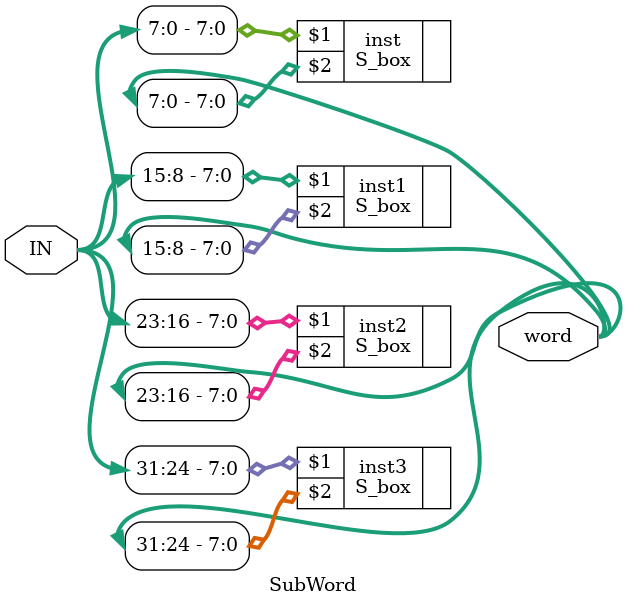
<source format=v>
module SubWord(IN, word);
  input wire [31:0] IN;
  output wire [31:0] word;
  S_box inst(IN[7:0],word[7:0]);
  S_box inst1(IN[15:8],word[15:8]);
  S_box inst2(IN[23:16],word[23:16]);
  S_box inst3(IN[31:24],word[31:24]);
endmodule
</source>
